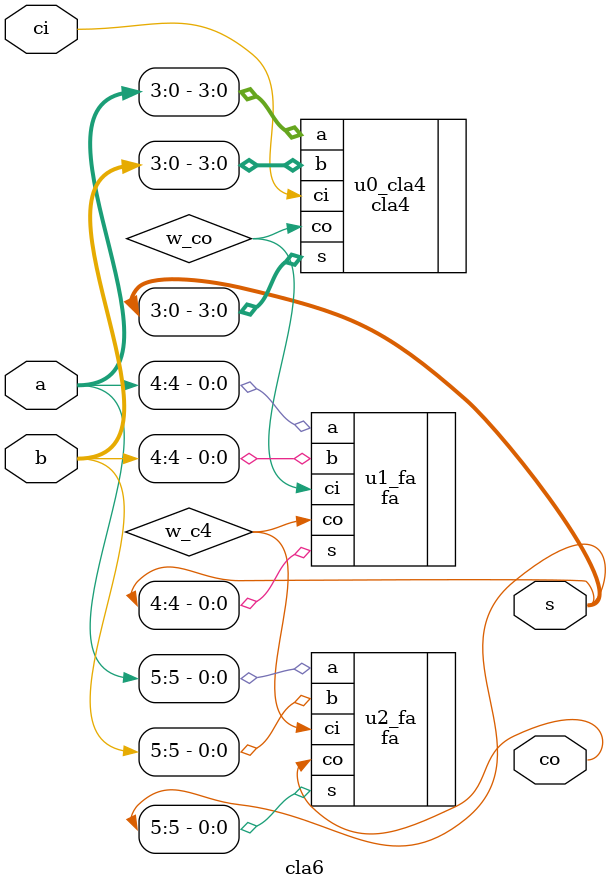
<source format=v>
module cla6(a, b, ci, co, s);
	input [5:0] a, b;
	input ci;
	output co;
	output [5:0] s;
	
	wire w_co, w_c4;
	
	// cla4 + fa*2
	cla4 u0_cla4(.a(a[3:0]), .b(b[3:0]), .ci(ci), .co(w_co), .s(s[3:0]));
	fa u1_fa(.a(a[4]), .b(b[4]), .ci(w_co), .co(w_c4), .s(s[4]));
	fa u2_fa(.a(a[5]), .b(b[5]), .ci(w_c4), .co(co), .s(s[5]));
endmodule

</source>
